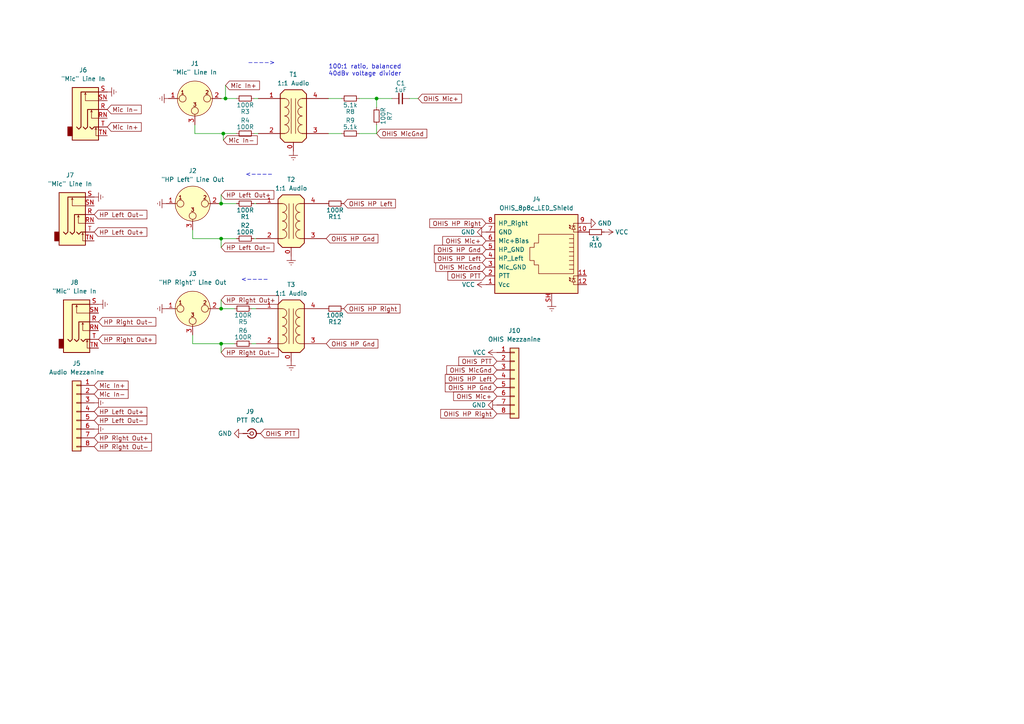
<source format=kicad_sch>
(kicad_sch (version 20230121) (generator eeschema)
  (paper "A4")
  (lib_symbols
    (symbol "Connector:Conn_Coaxial_Small" (pin_numbers hide) (pin_names (offset 1.016) hide)
      (property "Reference" "J" (at 0.254 3.048 0))
      (property "Value" "Conn_Coaxial_Small" (at 0 -3.81 0))
      (symbol "Conn_Coaxial_Small_0_1"
        (polyline (pts (xy -2.54 0) (xy -0.508 0)))
        (circle (center 0 0) (radius 0.508) (stroke (width 0.2032)))
      )
      (symbol "Conn_Coaxial_Small_1_1"
        (arc (start -1.1916 -0.6311) (mid 0.327 -1.3081) (end 1.3484 0.0039) (stroke (width 0.3048)))
        (arc (start 1.3484 -0.0039) (mid 0.327 1.3081) (end -1.1916 0.6311) (stroke (width 0.3048)))
        (pin passive line (at -2.54 0 0) (length 1.27) (name "In") (number "1"))
        (pin passive line (at 2.54 0 180) (length 1.27) (name "Ext") (number "2"))
      )
    )
    (symbol "Connector_Audio:AudioJack3_Switch"
      (property "Reference" "J" (at 0 11.43 0))
      (property "Value" "AudioJack3_Switch" (at 0 8.89 0))
      (symbol "AudioJack3_Switch_0_1"
        (rectangle (start -5.08 -5.08) (end -6.35 -7.62) (stroke (width 0.254)) (fill (type outline)))
        (polyline (pts (xy -1.27 4.826) (xy -1.016 4.318)))
        (polyline (pts (xy 0.508 -0.254) (xy 0.762 -0.762)))
        (polyline (pts (xy 1.778 -5.334) (xy 2.032 -5.842)))
        (polyline (pts (xy 0 -5.08) (xy 0.635 -5.715) (xy 1.27 -5.08) (xy 2.54 -5.08)) (stroke (width 0.254)))
        (polyline (pts (xy 2.54 -7.62) (xy 1.778 -7.62) (xy 1.778 -5.334) (xy 1.524 -5.842)))
        (polyline (pts (xy 2.54 -2.54) (xy 0.508 -2.54) (xy 0.508 -0.254) (xy 0.254 -0.762)))
        (polyline (pts (xy 2.54 2.54) (xy -1.27 2.54) (xy -1.27 4.826) (xy -1.524 4.318)))
        (polyline (pts (xy -1.905 -5.08) (xy -1.27 -5.715) (xy -0.635 -5.08) (xy -0.635 0) (xy 2.54 0)) (stroke (width 0.254)))
        (polyline (pts (xy 2.54 5.08) (xy -2.54 5.08) (xy -2.54 -5.08) (xy -3.175 -5.715) (xy -3.81 -5.08)) (stroke (width 0.254)))
        (rectangle (start 2.54 6.35) (end -5.08 -8.89) (stroke (width 0.254)) (fill (type background)))
      )
      (symbol "AudioJack3_Switch_1_1"
        (pin passive line (at 5.08 0 180) (length 2.54) (name "~") (number "R"))
        (pin passive line (at 5.08 -2.54 180) (length 2.54) (name "~") (number "RN"))
        (pin passive line (at 5.08 5.08 180) (length 2.54) (name "~") (number "S"))
        (pin passive line (at 5.08 2.54 180) (length 2.54) (name "~") (number "SN"))
        (pin passive line (at 5.08 -5.08 180) (length 2.54) (name "~") (number "T"))
        (pin passive line (at 5.08 -7.62 180) (length 2.54) (name "~") (number "TN"))
      )
    )
    (symbol "Connector_Audio:XLR3" (pin_names hide)
      (property "Reference" "J" (at 0 8.89 0))
      (property "Value" "XLR3" (at 0 6.35 0))
      (symbol "XLR3_0_1"
        (circle (center -3.556 0) (radius 1.016))
        (circle (center 0 -3.556) (radius 1.016))
        (polyline (pts (xy -5.08 0) (xy -4.572 0)))
        (polyline (pts (xy 0 -5.08) (xy 0 -4.572)))
        (polyline (pts (xy 5.08 0) (xy 4.572 0)))
        (circle (center 0 0) (radius 5.08) (fill (type background)))
        (circle (center 3.556 0) (radius 1.016))
        (text "1" (at -3.556 1.778 0) (effects (font (size 1.016 1.016) bold)))
        (text "2" (at 3.556 1.778 0) (effects (font (size 1.016 1.016) bold)))
        (text "3" (at 0 -1.778 0) (effects (font (size 1.016 1.016) bold)))
        (pin passive line (at -7.62 0 0) (length 2.54) (name "~") (number "1"))
        (pin passive line (at 7.62 0 180) (length 2.54) (name "~") (number "2"))
        (pin passive line (at 0 -7.62 90) (length 2.54) (name "~") (number "3"))
      )
    )
    (symbol "Connector_Generic:Conn_01x08" (pin_names (offset 1.016) hide)
      (property "Reference" "J" (at 0 10.16 0))
      (property "Value" "Conn_01x08" (at 0 -12.7 0))
      (symbol "Conn_01x08_1_1"
        (rectangle (start -1.27 -10.033) (end 0 -10.287) (stroke (width 0.1524)))
        (rectangle (start -1.27 -7.493) (end 0 -7.747) (stroke (width 0.1524)))
        (rectangle (start -1.27 -4.953) (end 0 -5.207) (stroke (width 0.1524)))
        (rectangle (start -1.27 -2.413) (end 0 -2.667) (stroke (width 0.1524)))
        (rectangle (start -1.27 0.127) (end 0 -0.127) (stroke (width 0.1524)))
        (rectangle (start -1.27 2.667) (end 0 2.413) (stroke (width 0.1524)))
        (rectangle (start -1.27 5.207) (end 0 4.953) (stroke (width 0.1524)))
        (rectangle (start -1.27 7.747) (end 0 7.493) (stroke (width 0.1524)))
        (rectangle (start -1.27 8.89) (end 1.27 -11.43) (stroke (width 0.254)) (fill (type background)))
        (pin passive line (at -5.08 7.62 0) (length 3.81) (name "Pin_1") (number "1"))
        (pin passive line (at -5.08 5.08 0) (length 3.81) (name "Pin_2") (number "2"))
        (pin passive line (at -5.08 2.54 0) (length 3.81) (name "Pin_3") (number "3"))
        (pin passive line (at -5.08 0 0) (length 3.81) (name "Pin_4") (number "4"))
        (pin passive line (at -5.08 -2.54 0) (length 3.81) (name "Pin_5") (number "5"))
        (pin passive line (at -5.08 -5.08 0) (length 3.81) (name "Pin_6") (number "6"))
        (pin passive line (at -5.08 -7.62 0) (length 3.81) (name "Pin_7") (number "7"))
        (pin passive line (at -5.08 -10.16 0) (length 3.81) (name "Pin_8") (number "8"))
      )
    )
    (symbol "Device:C_Small" (pin_numbers hide) (pin_names (offset 0.254) hide)
      (property "Reference" "C" (at 0.254 1.778 0))
      (property "Value" "C_Small" (at 0.254 -2.032 0))
      (symbol "C_Small_0_1"
        (polyline (pts (xy -1.524 -0.508) (xy 1.524 -0.508)) (stroke (width 0.3302)))
        (polyline (pts (xy -1.524 0.508) (xy 1.524 0.508)) (stroke (width 0.3048)))
      )
      (symbol "C_Small_1_1"
        (pin passive line (at 0 2.54 270) (length 2.032) (name "~") (number "1"))
        (pin passive line (at 0 -2.54 90) (length 2.032) (name "~") (number "2"))
      )
    )
    (symbol "Device:R_Small" (pin_numbers hide) (pin_names (offset 0.254) hide)
      (property "Reference" "R" (at 0.762 0.508 0))
      (property "Value" "R_Small" (at 0.762 -1.016 0))
      (symbol "R_Small_0_1"
        (rectangle (start -0.762 1.778) (end 0.762 -1.778) (stroke (width 0.2032)))
      )
      (symbol "R_Small_1_1"
        (pin passive line (at 0 2.54 270) (length 0.762) (name "~") (number "1"))
        (pin passive line (at 0 -2.54 90) (length 0.762) (name "~") (number "2"))
      )
    )
    (symbol "Device:Transformer_Audio" (pin_names (offset 1.016) hide)
      (property "Reference" "T" (at 0 11.684 0))
      (property "Value" "Transformer_Audio" (at 0.254 9.398 0))
      (symbol "Transformer_Audio_0_1"
        (arc (start -2.54 -5.0546) (mid -1.6599 -4.6901) (end -1.27 -3.81))
        (arc (start -2.54 -2.5146) (mid -1.6599 -2.1501) (end -1.27 -1.27))
        (arc (start -2.54 0.0254) (mid -1.6599 0.3899) (end -1.27 1.27))
        (arc (start -2.54 2.5654) (mid -1.6599 2.9299) (end -1.27 3.81))
        (arc (start -1.27 -3.81) (mid -1.642 -2.912) (end -2.54 -2.54))
        (arc (start -1.27 -1.27) (mid -1.642 -0.372) (end -2.54 0))
        (arc (start -1.27 1.27) (mid -1.642 2.168) (end -2.54 2.54))
        (arc (start -1.27 3.81) (mid -1.642 4.708) (end -2.54 5.08))
        (polyline (pts (xy -0.635 5.08) (xy -0.635 -5.08)))
        (polyline (pts (xy 0.635 -5.08) (xy 0.635 5.08)))
        (polyline (pts (xy -3.81 6.35) (xy -2.54 7.62) (xy 2.54 7.62) (xy 3.81 6.35) (xy 3.81 -6.35) (xy 2.54 -7.62) (xy -2.54 -7.62) (xy -3.81 -6.35) (xy -3.81 6.35)) (stroke (width 0.254)) (fill (type background)))
        (arc (start 1.2954 -1.27) (mid 1.6599 -2.1501) (end 2.54 -2.5146))
        (arc (start 1.2954 1.27) (mid 1.6599 0.3899) (end 2.54 0.0254))
        (arc (start 1.2954 3.81) (mid 1.6599 2.9299) (end 2.54 2.5654))
        (arc (start 1.3208 -3.81) (mid 1.6853 -4.6901) (end 2.5654 -5.0546))
        (arc (start 2.54 0) (mid 1.642 -0.372) (end 1.2954 -1.27))
        (arc (start 2.54 2.54) (mid 1.642 2.168) (end 1.2954 1.27))
        (arc (start 2.54 5.08) (mid 1.642 4.708) (end 1.2954 3.81))
        (arc (start 2.5654 -2.54) (mid 1.6674 -2.912) (end 1.3208 -3.81))
      )
      (symbol "Transformer_Audio_1_1"
        (pin input line (at 0 -10.16 90) (length 2.54) (name "~") (number "0"))
        (pin passive line (at -10.16 5.08 0) (length 7.62) (name "AA") (number "1"))
        (pin passive line (at -10.16 -5.08 0) (length 7.62) (name "AB") (number "2"))
        (pin passive line (at 10.16 -5.08 180) (length 7.62) (name "SA") (number "3"))
        (pin passive line (at 10.16 5.08 180) (length 7.62) (name "SB") (number "4"))
      )
    )
    (symbol "OHIS:OHIS_8p8c_LED_Shield" (pin_names (offset 1.016))
      (property "Reference" "J" (at -5.08 13.97 0))
      (property "Value" "OHIS_8p8c_LED_Shield" (at -8.89 17.78 0))
      (symbol "OHIS_8p8c_LED_Shield_0_1"
        (rectangle (start -7.62 12.7) (end 16.51 -10.16) (stroke (width 0.254)) (fill (type background)))
        (polyline (pts (xy -7.62 -7.62) (xy -6.35 -7.62)))
        (polyline (pts (xy -7.62 -5.08) (xy -6.35 -5.08)))
        (polyline (pts (xy -7.62 7.62) (xy -6.35 7.62)))
        (polyline (pts (xy -7.62 10.16) (xy -6.35 10.16)))
        (polyline (pts (xy -6.858 -5.842) (xy -5.842 -5.842)))
        (polyline (pts (xy -6.858 9.398) (xy -5.842 9.398)))
        (polyline (pts (xy -6.35 -7.62) (xy -6.35 -6.858)))
        (polyline (pts (xy -6.35 -5.08) (xy -6.35 -5.842)))
        (polyline (pts (xy -6.35 7.62) (xy -6.35 8.382)))
        (polyline (pts (xy -6.35 10.16) (xy -6.35 9.398)))
        (polyline (pts (xy -5.08 -6.223) (xy -5.207 -6.604)))
        (polyline (pts (xy -5.08 -5.588) (xy -5.207 -5.969)))
        (polyline (pts (xy -5.08 4.445) (xy -6.35 4.445)))
        (polyline (pts (xy -5.08 5.715) (xy -6.35 5.715)))
        (polyline (pts (xy -5.08 9.017) (xy -5.207 8.636)))
        (polyline (pts (xy -5.08 9.652) (xy -5.207 9.271)))
        (polyline (pts (xy -6.35 -3.175) (xy -5.08 -3.175) (xy -5.08 -3.175)))
        (polyline (pts (xy -6.35 -1.905) (xy -5.08 -1.905) (xy -5.08 -1.905)))
        (polyline (pts (xy -6.35 -0.635) (xy -5.08 -0.635) (xy -5.08 -0.635)))
        (polyline (pts (xy -6.35 0.635) (xy -5.08 0.635) (xy -5.08 0.635)))
        (polyline (pts (xy -6.35 1.905) (xy -5.08 1.905) (xy -5.08 1.905)))
        (polyline (pts (xy -5.588 -6.731) (xy -5.08 -6.223) (xy -5.461 -6.35)))
        (polyline (pts (xy -5.588 -6.096) (xy -5.08 -5.588) (xy -5.461 -5.715)))
        (polyline (pts (xy -5.588 8.509) (xy -5.08 9.017) (xy -5.461 8.89)))
        (polyline (pts (xy -5.588 9.144) (xy -5.08 9.652) (xy -5.461 9.525)))
        (polyline (pts (xy -5.08 3.175) (xy -6.35 3.175) (xy -6.35 3.175)))
        (polyline (pts (xy -6.35 -5.842) (xy -6.858 -6.858) (xy -5.842 -6.858) (xy -6.35 -5.842)))
        (polyline (pts (xy -6.35 9.398) (xy -6.858 8.382) (xy -5.842 8.382) (xy -6.35 9.398)))
        (polyline (pts (xy -6.35 -4.445) (xy -6.35 6.985) (xy 3.81 6.985) (xy 3.81 4.445) (xy 5.08 4.445) (xy 5.08 3.175) (xy 6.35 3.175) (xy 6.35 -0.635) (xy 5.08 -0.635) (xy 5.08 -1.905) (xy 3.81 -1.905) (xy 3.81 -4.445) (xy -6.35 -4.445) (xy -6.35 -4.445)))
      )
      (symbol "OHIS_8p8c_LED_Shield_1_1"
        (pin passive line (at 19.05 -7.62 180) (length 2.54) (name "Vcc") (number "1"))
        (pin passive line (at -10.16 7.62 0) (length 2.54) (name "~") (number "10"))
        (pin passive line (at -10.16 -5.08 0) (length 2.54) (name "~") (number "11"))
        (pin passive line (at -10.16 -7.62 0) (length 2.54) (name "~") (number "12"))
        (pin passive line (at 19.05 -5.08 180) (length 2.54) (name "PTT") (number "2"))
        (pin passive line (at 19.05 -2.54 180) (length 2.54) (name "Mic_GND") (number "3"))
        (pin passive line (at 19.05 0 180) (length 2.54) (name "HP_Left") (number "4"))
        (pin passive line (at 19.05 2.54 180) (length 2.54) (name "HP_GND") (number "5"))
        (pin passive line (at 19.05 5.08 180) (length 2.54) (name "Mic+Bias") (number "6"))
        (pin passive line (at 19.05 7.62 180) (length 2.54) (name "GND") (number "7"))
        (pin passive line (at 19.05 10.16 180) (length 2.54) (name "HP_Right") (number "8"))
        (pin passive line (at -10.16 10.16 0) (length 2.54) (name "~") (number "9"))
        (pin passive line (at 0 -12.7 90) (length 2.54) (name "~") (number "SH"))
      )
    )
    (symbol "power:Earth" (power) (pin_names (offset 0))
      (symbol "Earth_0_1"
        (polyline (pts (xy -0.635 -1.905) (xy 0.635 -1.905)))
        (polyline (pts (xy -0.127 -2.54) (xy 0.127 -2.54)))
        (polyline (pts (xy 0 -1.27) (xy 0 0)))
        (polyline (pts (xy 1.27 -1.27) (xy -1.27 -1.27)))
      )
      (symbol "Earth_1_1"
        (pin power_in line (at 0 0 270) (length 0) hide (name "Earth") (number "1"))
      )
    )
    (symbol "power:GND" (power) (pin_names (offset 0))
      (property "Value" "GND" (at 0 -3.81 0))
      (symbol "GND_0_1"
        (polyline (pts (xy 0 0) (xy 0 -1.27) (xy 1.27 -1.27) (xy 0 -2.54) (xy -1.27 -1.27) (xy 0 -1.27)))
      )
      (symbol "GND_1_1"
        (pin power_in line (at 0 0 270) (length 0) hide (name "GND") (number "1"))
      )
    )
    (symbol "power:VCC" (power) (pin_names (offset 0))
      (property "Value" "VCC" (at 0 3.81 0))
      (symbol "VCC_0_1"
        (polyline (pts (xy -0.762 1.27) (xy 0 2.54)))
        (polyline (pts (xy 0 0) (xy 0 2.54)))
        (polyline (pts (xy 0 2.54) (xy 0.762 1.27)))
      )
      (symbol "VCC_1_1"
        (pin power_in line (at 0 0 90) (length 0) hide (name "VCC") (number "1"))
      )
    )
  )
  (junction (at 64.77 38.735))
  (junction (at 64.135 69.215))
  (junction (at 109.22 28.575))
  (junction (at 64.135 89.535))
  (junction (at 65.405 28.575))
  (junction (at 64.135 99.695))
  (junction (at 64.135 59.055))
  (wire (pts (xy 74.93 38.735) (xy 73.66 38.735)))
  (wire (pts (xy 73.025 89.535) (xy 74.295 89.535)))
  (wire (pts (xy 64.135 99.695) (xy 55.88 99.695)))
  (wire (pts (xy 64.135 28.575) (xy 65.405 28.575)))
  (wire (pts (xy 64.135 56.515) (xy 64.135 59.055)))
  (wire (pts (xy 64.135 89.535) (xy 67.945 89.535)))
  (wire (pts (xy 68.58 69.215) (xy 64.135 69.215)))
  (wire (pts (xy 95.25 28.575) (xy 99.06 28.575)))
  (wire (pts (xy 109.22 38.735) (xy 109.22 36.195)))
  (wire (pts (xy 104.14 28.575) (xy 109.22 28.575)))
  (wire (pts (xy 64.135 59.055) (xy 68.58 59.055)))
  (wire (pts (xy 67.945 99.695) (xy 64.135 99.695)))
  (wire (pts (xy 65.405 28.575) (xy 68.58 28.575)))
  (wire (pts (xy 64.135 86.995) (xy 64.135 89.535)))
  (wire (pts (xy 56.515 38.735) (xy 56.515 36.195)))
  (wire (pts (xy 63.5 89.535) (xy 64.135 89.535)))
  (wire (pts (xy 104.14 38.735) (xy 109.22 38.735)))
  (wire (pts (xy 65.405 24.765) (xy 65.405 28.575)))
  (wire (pts (xy 73.66 28.575) (xy 74.93 28.575)))
  (wire (pts (xy 64.135 69.215) (xy 64.135 71.755)))
  (wire (pts (xy 64.135 99.695) (xy 64.135 102.235)))
  (wire (pts (xy 95.25 38.735) (xy 99.06 38.735)))
  (wire (pts (xy 64.77 38.735) (xy 56.515 38.735)))
  (wire (pts (xy 109.22 28.575) (xy 109.22 31.115)))
  (wire (pts (xy 109.22 28.575) (xy 113.665 28.575)))
  (wire (pts (xy 74.295 69.215) (xy 73.66 69.215)))
  (wire (pts (xy 64.77 38.735) (xy 64.77 40.64)))
  (wire (pts (xy 74.295 99.695) (xy 73.025 99.695)))
  (wire (pts (xy 73.66 59.055) (xy 74.295 59.055)))
  (wire (pts (xy 118.745 28.575) (xy 121.285 28.575)))
  (wire (pts (xy 55.88 97.155) (xy 55.88 99.695)))
  (wire (pts (xy 55.88 69.215) (xy 55.88 66.675)))
  (wire (pts (xy 64.135 69.215) (xy 55.88 69.215)))
  (wire (pts (xy 63.5 59.055) (xy 64.135 59.055)))
  (wire (pts (xy 68.58 38.735) (xy 64.77 38.735)))
  (text "<----" (at 69.85 81.915 0) (effects (font (size 1.27 1.27)) (justify left bottom)))
  (text "<----" (at 71.12 51.435 0) (effects (font (size 1.27 1.27)) (justify left bottom)))
  (text "100:1 ratio, balanced\n40dBv voltage divider" (at 95.25 22.225 0) (effects (font (size 1.27 1.27)) (justify left bottom)))
  (text "---->" (at 71.755 19.05 0) (effects (font (size 1.27 1.27)) (justify left bottom)))
  (global_label "OHIS HP Gnd" (shape input) (at 140.97 72.39 180) (property "Intersheetrefs" "${INTERSHEET_REFS}" (effects hide)))
  (global_label "Mic In-" (shape input) (at 64.77 40.64 0) (property "Intersheetrefs" "${INTERSHEET_REFS}" (effects hide)))
  (global_label "Mic In+" (shape input) (at 31.115 36.83 0) (property "Intersheetrefs" "${INTERSHEET_REFS}" (effects hide)))
  (global_label "OHIS Mic+" (shape input) (at 144.145 114.935 180) (property "Intersheetrefs" "${INTERSHEET_REFS}" (effects hide)))
  (global_label "OHIS HP Gnd" (shape input) (at 144.145 112.395 180) (property "Intersheetrefs" "${INTERSHEET_REFS}" (effects hide)))
  (global_label "HP Left Out+" (shape input) (at 27.305 119.38 0) (property "Intersheetrefs" "${INTERSHEET_REFS}" (effects hide)))
  (global_label "Mic In+" (shape input) (at 27.305 111.76 0) (property "Intersheetrefs" "${INTERSHEET_REFS}" (effects hide)))
  (global_label "OHIS MicGnd" (shape input) (at 109.22 38.735 0) (property "Intersheetrefs" "${INTERSHEET_REFS}" (effects hide)))
  (global_label "HP Right Out-" (shape input) (at 28.575 93.345 0) (property "Intersheetrefs" "${INTERSHEET_REFS}" (effects hide)))
  (global_label "HP Left Out+" (shape input) (at 27.305 67.31 0) (property "Intersheetrefs" "${INTERSHEET_REFS}" (effects hide)))
  (global_label "HP Right Out+" (shape input) (at 64.135 86.995 0) (property "Intersheetrefs" "${INTERSHEET_REFS}" (effects hide)))
  (global_label "OHIS HP Right" (shape input) (at 99.695 89.535 0) (property "Intersheetrefs" "${INTERSHEET_REFS}" (effects hide)))
  (global_label "OHIS MicGnd" (shape input) (at 140.97 77.47 180) (property "Intersheetrefs" "${INTERSHEET_REFS}" (effects hide)))
  (global_label "HP Right Out+" (shape input) (at 28.575 98.425 0) (property "Intersheetrefs" "${INTERSHEET_REFS}" (effects hide)))
  (global_label "HP Left Out-" (shape input) (at 27.305 121.92 0) (property "Intersheetrefs" "${INTERSHEET_REFS}" (effects hide)))
  (global_label "OHIS HP Right" (shape input) (at 140.97 64.77 180) (property "Intersheetrefs" "${INTERSHEET_REFS}" (effects hide)))
  (global_label "OHIS PTT" (shape input) (at 144.145 104.775 180) (property "Intersheetrefs" "${INTERSHEET_REFS}" (effects hide)))
  (global_label "OHIS HP Left" (shape input) (at 140.97 74.93 180) (property "Intersheetrefs" "${INTERSHEET_REFS}" (effects hide)))
  (global_label "HP Right Out+" (shape input) (at 27.305 127 0) (property "Intersheetrefs" "${INTERSHEET_REFS}" (effects hide)))
  (global_label "OHIS HP Gnd" (shape input) (at 94.615 99.695 0) (property "Intersheetrefs" "${INTERSHEET_REFS}" (effects hide)))
  (global_label "Mic In-" (shape input) (at 31.115 31.75 0) (property "Intersheetrefs" "${INTERSHEET_REFS}" (effects hide)))
  (global_label "HP Right Out-" (shape input) (at 27.305 129.54 0) (property "Intersheetrefs" "${INTERSHEET_REFS}" (effects hide)))
  (global_label "OHIS Mic+" (shape input) (at 121.285 28.575 0) (property "Intersheetrefs" "${INTERSHEET_REFS}" (effects hide)))
  (global_label "Mic In-" (shape input) (at 27.305 114.3 0) (property "Intersheetrefs" "${INTERSHEET_REFS}" (effects hide)))
  (global_label "OHIS PTT" (shape input) (at 75.565 125.73 0) (property "Intersheetrefs" "${INTERSHEET_REFS}" (effects hide)))
  (global_label "Mic In+" (shape input) (at 65.405 24.765 0) (property "Intersheetrefs" "${INTERSHEET_REFS}" (effects hide)))
  (global_label "OHIS Mic+" (shape input) (at 140.97 69.85 180) (property "Intersheetrefs" "${INTERSHEET_REFS}" (effects hide)))
  (global_label "OHIS PTT" (shape input) (at 140.97 80.01 180) (property "Intersheetrefs" "${INTERSHEET_REFS}" (effects hide)))
  (global_label "HP Left Out-" (shape input) (at 64.135 71.755 0) (property "Intersheetrefs" "${INTERSHEET_REFS}" (effects hide)))
  (global_label "OHIS HP Left" (shape input) (at 144.145 109.855 180) (property "Intersheetrefs" "${INTERSHEET_REFS}" (effects hide)))
  (global_label "HP Left Out+" (shape input) (at 64.135 56.515 0) (property "Intersheetrefs" "${INTERSHEET_REFS}" (effects hide)))
  (global_label "OHIS HP Left" (shape input) (at 99.695 59.055 0) (property "Intersheetrefs" "${INTERSHEET_REFS}" (effects hide)))
  (global_label "OHIS MicGnd" (shape input) (at 144.145 107.315 180) (property "Intersheetrefs" "${INTERSHEET_REFS}" (effects hide)))
  (global_label "HP Right Out-" (shape input) (at 64.135 102.235 0) (property "Intersheetrefs" "${INTERSHEET_REFS}" (effects hide)))
  (global_label "OHIS HP Gnd" (shape input) (at 94.615 69.215 0) (property "Intersheetrefs" "${INTERSHEET_REFS}" (effects hide)))
  (global_label "HP Left Out-" (shape input) (at 27.305 62.23 0) (property "Intersheetrefs" "${INTERSHEET_REFS}" (effects hide)))
  (global_label "OHIS HP Right" (shape input) (at 144.145 120.015 180) (property "Intersheetrefs" "${INTERSHEET_REFS}" (effects hide)))
  (symbol (lib_id "Device:C_Small") (at 116.205 28.575 90) (unit 1)
    (property "Reference" "C1" (at 116.205 24.13 90))
    (property "Value" "1uF" (at 116.205 26.035 90))
  )
  (symbol (lib_id "power:GND") (at 170.18 64.77 90) (unit 1)
    (property "Reference" "#PWR014" (effects hide))
    (property "Value" "GND" (at 173.355 64.77 90) (effects (justify right)))
  )
  (symbol (lib_id "power:Earth") (at 27.305 124.46 90) (unit 1)
    (property "Reference" "#PWR09" (effects hide))
    (property "Value" "Earth" (effects hide))
  )
  (symbol (lib_id "Connector_Generic:Conn_01x08") (at 149.225 109.855 0) (unit 1)
    (property "Reference" "J10" (at 149.225 95.885 0))
    (property "Value" "OHIS Mezzanine" (at 149.225 98.425 0))
  )
  (symbol (lib_id "Device:R_Small") (at 172.72 67.31 90) (unit 1)
    (property "Reference" "R10" (at 172.72 71.12 90))
    (property "Value" "1k" (at 172.72 69.215 90))
  )
  (symbol (lib_id "Connector_Audio:AudioJack3_Switch") (at 23.495 93.345 0) (unit 1)
    (property "Reference" "J8" (at 21.59 81.915 0))
    (property "Value" "\"Mic\" Line In" (at 21.59 84.455 0))
  )
  (symbol (lib_id "power:Earth") (at 28.575 88.265 90) (unit 1)
    (property "Reference" "#PWR012" (effects hide))
    (property "Value" "Earth" (effects hide))
  )
  (symbol (lib_id "power:Earth") (at 160.02 87.63 0) (unit 1)
    (property "Reference" "#PWR04" (effects hide))
    (property "Value" "Earth" (effects hide))
  )
  (symbol (lib_id "Device:R_Small") (at 101.6 38.735 270) (unit 1)
    (property "Reference" "R9" (at 101.6 34.925 90))
    (property "Value" "5.1k" (at 101.6 36.83 90))
  )
  (symbol (lib_id "Device:R_Small") (at 109.22 33.655 180) (unit 1)
    (property "Reference" "R7" (at 113.03 33.655 90))
    (property "Value" "100R" (at 111.125 33.655 90))
  )
  (symbol (lib_id "Connector_Audio:XLR3") (at 55.88 89.535 0) (unit 1)
    (property "Reference" "J3" (at 55.88 79.375 0))
    (property "Value" "\"HP Right\" Line Out" (at 55.88 81.915 0))
    (property "Datasheet" " ~" (effects hide))
  )
  (symbol (lib_id "Connector_Audio:XLR3") (at 55.88 59.055 0) (unit 1)
    (property "Reference" "J2" (at 55.88 49.53 0))
    (property "Value" "\"HP Left\" Line Out" (at 55.88 52.07 0))
    (property "Datasheet" " ~" (effects hide))
  )
  (symbol (lib_id "power:GND") (at 70.485 125.73 270) (unit 1)
    (property "Reference" "#PWR017" (effects hide))
    (property "Value" "GND" (at 67.31 125.73 90) (effects (justify right)))
  )
  (symbol (lib_id "Device:R_Small") (at 97.155 89.535 90) (unit 1)
    (property "Reference" "R12" (at 97.155 93.345 90))
    (property "Value" "100R" (at 97.155 91.44 90))
  )
  (symbol (lib_id "Connector:Conn_Coaxial_Small") (at 73.025 125.73 0) (unit 1)
    (property "Reference" "J9" (at 72.5054 119.38 0))
    (property "Value" "PTT RCA" (at 72.5054 121.92 0))
    (property "Datasheet" " ~" (effects hide))
  )
  (symbol (lib_id "power:Earth") (at 84.455 104.775 0) (unit 1)
    (property "Reference" "#PWR07" (effects hide))
    (property "Value" "Earth" (effects hide))
  )
  (symbol (lib_id "power:GND") (at 140.97 67.31 270) (unit 1)
    (property "Reference" "#PWR013" (effects hide))
    (property "Value" "GND" (at 137.795 67.31 90) (effects (justify right)))
  )
  (symbol (lib_id "power:Earth") (at 84.455 74.295 0) (unit 1)
    (property "Reference" "#PWR06" (effects hide))
    (property "Value" "Earth" (effects hide))
  )
  (symbol (lib_id "Device:R_Small") (at 70.485 99.695 90) (unit 1)
    (property "Reference" "R6" (at 70.485 95.885 90))
    (property "Value" "100R" (at 70.485 97.79 90))
  )
  (symbol (lib_id "Connector_Audio:AudioJack3_Switch") (at 22.225 62.23 0) (unit 1)
    (property "Reference" "J7" (at 20.32 50.8 0))
    (property "Value" "\"Mic\" Line In" (at 20.32 53.34 0))
  )
  (symbol (lib_id "Device:R_Small") (at 71.12 38.735 90) (unit 1)
    (property "Reference" "R4" (at 71.12 34.925 90))
    (property "Value" "100R" (at 71.12 36.83 90))
  )
  (symbol (lib_id "Device:R_Small") (at 71.12 59.055 90) (unit 1)
    (property "Reference" "R1" (at 71.12 62.865 90))
    (property "Value" "100R" (at 71.12 60.96 90))
  )
  (symbol (lib_id "power:Earth") (at 48.895 28.575 270) (unit 1)
    (property "Reference" "#PWR01" (effects hide))
    (property "Value" "Earth" (effects hide))
  )
  (symbol (lib_id "power:VCC") (at 144.145 102.235 90) (mirror x) (unit 1)
    (property "Reference" "#PWR019" (effects hide))
    (property "Value" "VCC" (at 140.97 102.235 90) (effects (justify left)))
  )
  (symbol (lib_id "OHIS:OHIS_8p8c_LED_Shield") (at 160.02 74.93 0) (mirror y) (unit 1)
    (property "Reference" "J4" (at 155.575 57.785 0))
    (property "Value" "OHIS_8p8c_LED_Shield" (at 155.575 60.325 0))
  )
  (symbol (lib_id "power:Earth") (at 31.115 26.67 90) (unit 1)
    (property "Reference" "#PWR010" (effects hide))
    (property "Value" "Earth" (effects hide))
  )
  (symbol (lib_id "Device:R_Small") (at 71.12 69.215 90) (unit 1)
    (property "Reference" "R2" (at 71.12 65.405 90))
    (property "Value" "100R" (at 71.12 67.31 90))
  )
  (symbol (lib_id "Device:R_Small") (at 101.6 28.575 90) (unit 1)
    (property "Reference" "R8" (at 101.6 32.385 90))
    (property "Value" "5.1k" (at 101.6 30.48 90))
  )
  (symbol (lib_id "Connector_Audio:XLR3") (at 56.515 28.575 0) (unit 1)
    (property "Reference" "J1" (at 56.515 18.415 0))
    (property "Value" "\"Mic\" Line In" (at 56.515 20.955 0))
    (property "Datasheet" " ~" (effects hide))
  )
  (symbol (lib_id "Device:Transformer_Audio") (at 84.455 64.135 0) (unit 1)
    (property "Reference" "T2" (at 84.455 52.07 0))
    (property "Value" "1:1 Audio" (at 84.455 54.61 0))
  )
  (symbol (lib_id "power:VCC") (at 140.97 82.55 90) (unit 1)
    (property "Reference" "#PWR015" (effects hide))
    (property "Value" "VCC" (at 137.795 82.55 90) (effects (justify left)))
  )
  (symbol (lib_id "power:GND") (at 144.145 117.475 270) (mirror x) (unit 1)
    (property "Reference" "#PWR018" (effects hide))
    (property "Value" "GND" (at 140.97 117.475 90) (effects (justify right)))
  )
  (symbol (lib_id "power:Earth") (at 48.26 59.055 270) (unit 1)
    (property "Reference" "#PWR02" (effects hide))
    (property "Value" "Earth" (effects hide))
  )
  (symbol (lib_id "Device:Transformer_Audio") (at 84.455 94.615 0) (unit 1)
    (property "Reference" "T3" (at 84.455 82.55 0))
    (property "Value" "1:1 Audio" (at 84.455 85.09 0))
  )
  (symbol (lib_id "Device:R_Small") (at 97.155 59.055 90) (unit 1)
    (property "Reference" "R11" (at 97.155 62.865 90))
    (property "Value" "100R" (at 97.155 60.96 90))
  )
  (symbol (lib_id "power:VCC") (at 175.26 67.31 270) (unit 1)
    (property "Reference" "#PWR016" (effects hide))
    (property "Value" "VCC" (at 178.435 67.31 90) (effects (justify left)))
  )
  (symbol (lib_id "Connector_Generic:Conn_01x08") (at 22.225 119.38 0) (mirror y) (unit 1)
    (property "Reference" "J5" (at 22.225 105.41 0))
    (property "Value" "Audio Mezzanine" (at 22.225 107.95 0))
  )
  (symbol (lib_id "Device:R_Small") (at 71.12 28.575 90) (unit 1)
    (property "Reference" "R3" (at 71.12 32.385 90))
    (property "Value" "100R" (at 71.12 30.48 90))
  )
  (symbol (lib_id "power:Earth") (at 27.305 57.15 90) (unit 1)
    (property "Reference" "#PWR011" (effects hide))
    (property "Value" "Earth" (effects hide))
  )
  (symbol (lib_id "Device:R_Small") (at 70.485 89.535 90) (unit 1)
    (property "Reference" "R5" (at 70.485 93.345 90))
    (property "Value" "100R" (at 70.485 91.44 90))
  )
  (symbol (lib_id "power:Earth") (at 48.26 89.535 270) (unit 1)
    (property "Reference" "#PWR03" (effects hide))
    (property "Value" "Earth" (effects hide))
  )
  (symbol (lib_id "power:Earth") (at 85.09 43.815 0) (unit 1)
    (property "Reference" "#PWR05" (effects hide))
    (property "Value" "Earth" (effects hide))
  )
  (symbol (lib_id "Connector_Audio:AudioJack3_Switch") (at 26.035 31.75 0) (unit 1)
    (property "Reference" "J6" (at 24.13 20.32 0))
    (property "Value" "\"Mic\" Line In" (at 24.13 22.86 0))
  )
  (symbol (lib_id "power:Earth") (at 27.305 116.84 90) (unit 1)
    (property "Reference" "#PWR08" (effects hide))
    (property "Value" "Earth" (effects hide))
  )
  (symbol (lib_id "Device:Transformer_Audio") (at 85.09 33.655 0) (unit 1)
    (property "Reference" "T1" (at 85.09 21.59 0))
    (property "Value" "1:1 Audio" (at 85.09 24.13 0))
  )
)
</source>
